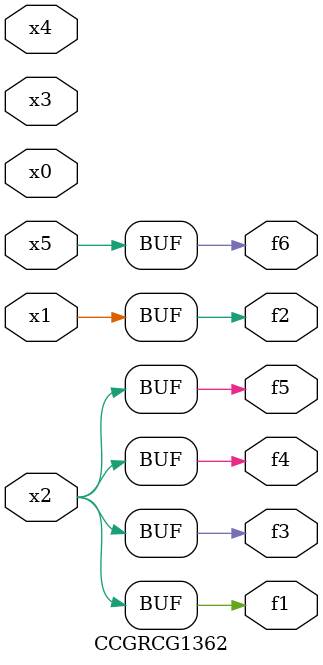
<source format=v>
module CCGRCG1362(
	input x0, x1, x2, x3, x4, x5,
	output f1, f2, f3, f4, f5, f6
);
	assign f1 = x2;
	assign f2 = x1;
	assign f3 = x2;
	assign f4 = x2;
	assign f5 = x2;
	assign f6 = x5;
endmodule

</source>
